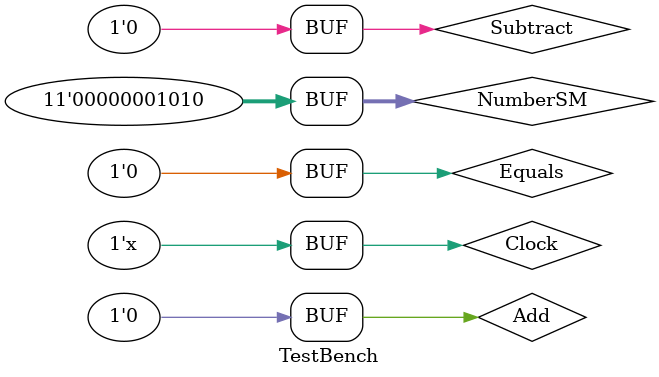
<source format=v>
module AddSub
	#(parameter W = 16)			// Default width
	(A, B, c0, S, ovf);
	input [W-1:0] A, B;			// W-bit unsigned inputs
	input c0;								// Carry-in
	output [W-1:0] S;				// W-bit unsigned output
	output ovf;							// Overflow signal

	wire [W:0] c;						// Carry signals
	assign c[0] = c0;

// Instantiate and "chain" W full adders 
	genvar i;
	generate
		for (i = 0; i < W; i = i + 1)
			FullAdder FA[W-1:0](A[i], B[i] ^ c[0], c[i], S[i], c[i+1]);
	endgenerate

// Overflow
		assign ovf = c[W-1] ^ c[W];
endmodule

/*
// BoothMul TestBench
`timescale 1ns/100ps
module TestBench();
	parameter W = 8;							// Data bit width
	localparam WW = 2 * W;

	reg Clock;
	always #5 Clock = ~Clock;

	reg Reset;
	reg Start;

	reg signed [W-1:0] Q, M;
	wire signed [WW-1:0] P;

	BoothMul #(.W(W)) BM(Clock, Reset, Start, M, Q, P);

	initial begin
		Clock = 0; Reset = 1;
		#10;
		Reset = 0;
		M = 'd7; Q = -'d8;
		Start = 1;
		#10;
		Start = 0;
		#(4 * W * 10);
		M = 'd7; Q = -'d6;
		Start = 1;
		#10;
		Start = 0;
		#(4 * W * 10);
		M = 'd13; Q = -'d10;
		Start = 1;
		#10;
		Start = 0;
		#(4 * W * 10);
		M = 'd15; Q = 'd15;
		Start = 1;
		#10;
		Start = 0;
		#(4 * W * 10);
	end
endmodule
*/


// Four-Function Calculator TestBench
`timescale 1ns/100ps
module TestBench();
	parameter WIDTH = 11;							// Data bit width

// Inputs and Outputs
	reg Clock;
	reg Clear;											// C button
	reg Equals;											// = button: displays result so far; does not repeat previous operation
	reg Add;												// + button
	reg Subtract;										// - button
	reg Multiply;										// x button (multiply)
	reg Divide;											// Divide button
	reg [WIDTH-1:0] NumberSM; 					// Must be entered in sign-magnitude on SW[W-1:0]
	wire signed [WIDTH-1:0] Result;
	wire Overflow;
	wire CantDisplay;
	wire [4:0] State;

	wire signed [WIDTH-1:0] NumberTC;
	SM2TC #(.width(WIDTH)) SM2TC1(NumberSM, NumberTC);
	FourFuncCalc #(.W(WIDTH)) FFC(Clock, Clear, Equals, Add, Subtract, Multiply, Divide, NumberSM, Result, Overflow, State);

	
// Define 10 ns Clock
	always #5 Clock = ~Clock;
	
	initial begin
	Clock = 0;
	
//  1 + 3 = 4

		#10; Equals = 1; NumberSM = 1; 
		#10; Equals = 0;

		#20; Add = 1;
		#20; Add = 0;
		#20; Equals = 1; NumberSM = 3; 
		#20; Equals = 0;

//  4-4=0
		#20; Subtract = 1;
		#20; Subtract = 0;
		#20; Equals = 1; NumberSM = 4;
		#30; Equals = 0;

		
//  1023 + -1023 = 0

		#20; Add = 1;
		#20; Add = 0;
		#20; Equals = 1; NumberSM = 1023; 
		#20; Equals = 0;
		
		#20; Add = 1;
		#20; Add = 0;
		#20; Equals = 1; NumberSM[10] = 1; NumberSM[9:0] = 1023;
		#20; Equals = 0;

//  1023 + 10 = 1033 (ovf)
		#20; Add = 1;
		#20; Add = 0;
		#20; Equals = 1; NumberSM = 1023; 
		#20; Equals = 0;

		#20; Add = 1;
		#20; Add = 0;
		#20; Equals = 1; NumberSM = 10; 
		#20; Equals = 0;
		end
		
		
		/*
		//  1 X 2 X 3 = 6

		#10; Equals = 1; NumberSM = 1; 
		#10; Equals = 0;

		#20; Multiply = 1;
		#20; Multiply = 0;
		#20; Equals = 1; NumberSM = 2;
		#20; Equals = 0;
		
		#500; NumberSM = 3;
		#20; Multiply = 1;
		#20; Multiply = 0;
		#20; Equals = 1;
		#10; Equals = 0;
		
		//  -2 X -1 = 2
		#10; Equals = 1;NumberSM[10]=1;NumberSM[9:0] = 2;
		#10; Equals = 0;

		#20; Multiply = 1;
		#20; Multiply = 0;
		#20; Equals = 1; NumberSM[10]=1;NumberSM[9:0] = 1;
		#20; Equals = 0;
		
		
		//  3 X 0 = 0
		#10; Equals = 1;NumberSM=3;
		#10; Equals = 0;

		#20; Multiply = 1;
		#20; Multiply = 0;
		#20; Equals = 1; NumberSM=0;
		#20; Equals = 0;
		end
		*/
	
endmodule

</source>
